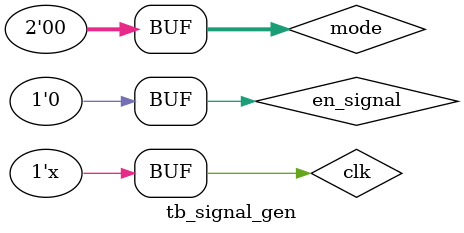
<source format=v>
`timescale 1ps / 1ps

module tb_signal_gen;

reg clk;
reg [1:0] mode;
reg en_signal;
wire send;
wire load;
wire baudrate;
wire en_clk_B;
wire aux1;
wire aux2;

signal_gen #(3, 150) dut1(
    .clk(clk),
    .mode(mode),
    .en_signal(en_signal),
    .send(send),
    .load(load),
    .baudrate(baudrate),
    .en_clk_B(en_clk_B),
    .aux1(aux1),
    .aux2(aux2)
        );


initial begin
    clk = 0;
    mode = 2'b00;
    #1000 
    mode = 2'b01;
    #10000
    mode = 2'b10;
    #1000
    en_signal = 1;
    #10
    en_signal = 0;
    #1000
    en_signal = 1;
    #10
    en_signal = 0;
    #2000
    mode = 2'b01; 
    #2000
    mode = 2'b00;
    #2000
    mode = 2'b10;
    en_signal = 1;
    #10
    en_signal = 0;
    #1000
    en_signal = 1;
    #500
    en_signal = 0;
    #2000
    mode = 2'b00;
    
    end 

always begin
    #5 clk = ~clk; 
end

endmodule

</source>
